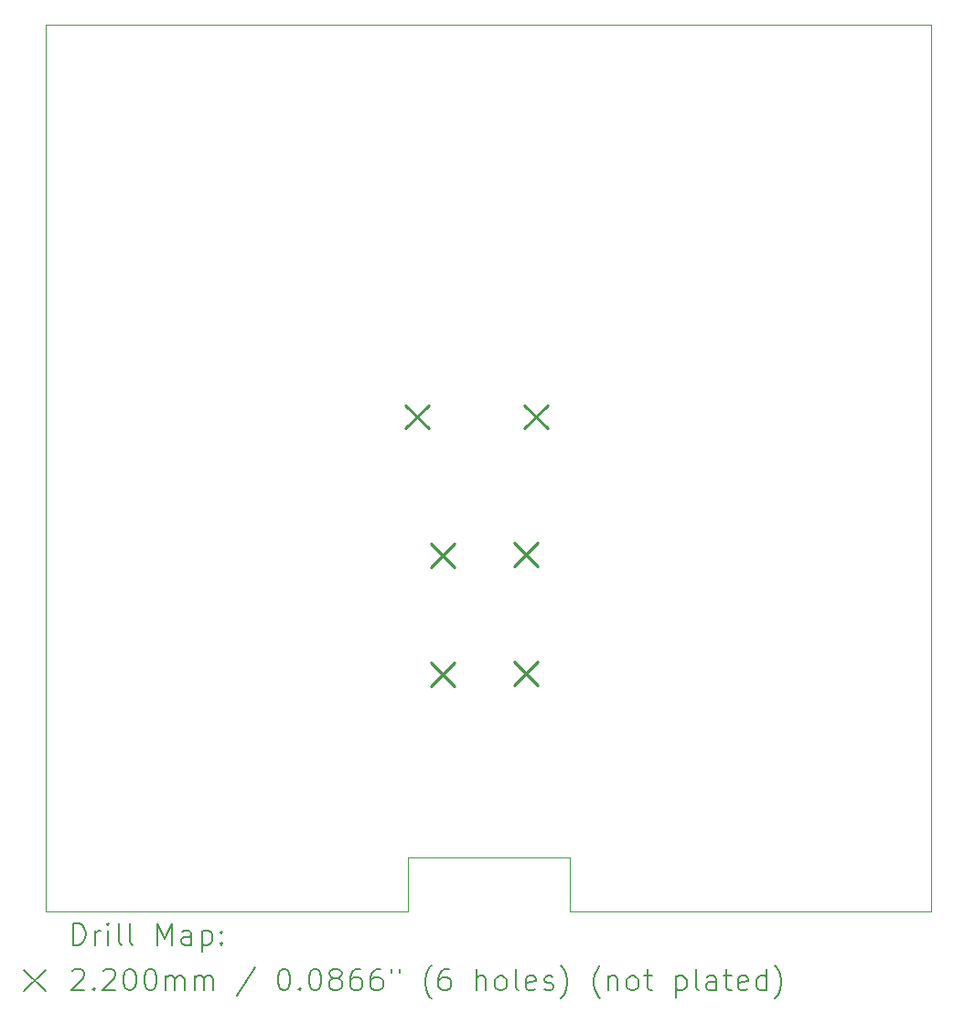
<source format=gbr>
%FSLAX45Y45*%
G04 Gerber Fmt 4.5, Leading zero omitted, Abs format (unit mm)*
G04 Created by KiCad (PCBNEW (6.0.1)) date 2022-05-22 14:08:44*
%MOMM*%
%LPD*%
G01*
G04 APERTURE LIST*
%TA.AperFunction,Profile*%
%ADD10C,0.050000*%
%TD*%
%ADD11C,0.200000*%
%ADD12C,0.220000*%
G04 APERTURE END LIST*
D10*
X3350000Y-7702000D02*
X4850000Y-7702000D01*
X3350000Y-7702000D02*
X3350000Y-8202000D01*
X4850000Y-7702000D02*
X4850000Y-8202000D01*
X4850000Y-8202000D02*
X8200000Y-8202000D01*
X0Y-2000D02*
X8200000Y-2000D01*
X8200000Y-2000D02*
X8200000Y-8202000D01*
X3350000Y-8202000D02*
X0Y-8202000D01*
X0Y-8202000D02*
X0Y-2000D01*
D11*
D12*
X3327800Y-3519120D02*
X3547800Y-3739120D01*
X3547800Y-3519120D02*
X3327800Y-3739120D01*
X3562840Y-4799280D02*
X3782840Y-5019280D01*
X3782840Y-4799280D02*
X3562840Y-5019280D01*
X3562840Y-5899280D02*
X3782840Y-6119280D01*
X3782840Y-5899280D02*
X3562840Y-6119280D01*
X4337540Y-4794200D02*
X4557540Y-5014200D01*
X4557540Y-4794200D02*
X4337540Y-5014200D01*
X4337540Y-5894200D02*
X4557540Y-6114200D01*
X4557540Y-5894200D02*
X4337540Y-6114200D01*
X4427800Y-3519120D02*
X4647800Y-3739120D01*
X4647800Y-3519120D02*
X4427800Y-3739120D01*
D11*
X255119Y-8514976D02*
X255119Y-8314976D01*
X302738Y-8314976D01*
X331310Y-8324500D01*
X350357Y-8343548D01*
X359881Y-8362595D01*
X369405Y-8400690D01*
X369405Y-8429262D01*
X359881Y-8467357D01*
X350357Y-8486405D01*
X331310Y-8505452D01*
X302738Y-8514976D01*
X255119Y-8514976D01*
X455119Y-8514976D02*
X455119Y-8381643D01*
X455119Y-8419738D02*
X464643Y-8400690D01*
X474167Y-8391167D01*
X493214Y-8381643D01*
X512262Y-8381643D01*
X578929Y-8514976D02*
X578929Y-8381643D01*
X578929Y-8314976D02*
X569405Y-8324500D01*
X578929Y-8334024D01*
X588452Y-8324500D01*
X578929Y-8314976D01*
X578929Y-8334024D01*
X702738Y-8514976D02*
X683690Y-8505452D01*
X674167Y-8486405D01*
X674167Y-8314976D01*
X807500Y-8514976D02*
X788452Y-8505452D01*
X778928Y-8486405D01*
X778928Y-8314976D01*
X1036071Y-8514976D02*
X1036071Y-8314976D01*
X1102738Y-8457833D01*
X1169405Y-8314976D01*
X1169405Y-8514976D01*
X1350357Y-8514976D02*
X1350357Y-8410214D01*
X1340833Y-8391167D01*
X1321786Y-8381643D01*
X1283690Y-8381643D01*
X1264643Y-8391167D01*
X1350357Y-8505452D02*
X1331310Y-8514976D01*
X1283690Y-8514976D01*
X1264643Y-8505452D01*
X1255119Y-8486405D01*
X1255119Y-8467357D01*
X1264643Y-8448310D01*
X1283690Y-8438786D01*
X1331310Y-8438786D01*
X1350357Y-8429262D01*
X1445595Y-8381643D02*
X1445595Y-8581643D01*
X1445595Y-8391167D02*
X1464643Y-8381643D01*
X1502738Y-8381643D01*
X1521786Y-8391167D01*
X1531309Y-8400690D01*
X1540833Y-8419738D01*
X1540833Y-8476881D01*
X1531309Y-8495929D01*
X1521786Y-8505452D01*
X1502738Y-8514976D01*
X1464643Y-8514976D01*
X1445595Y-8505452D01*
X1626548Y-8495929D02*
X1636071Y-8505452D01*
X1626548Y-8514976D01*
X1617024Y-8505452D01*
X1626548Y-8495929D01*
X1626548Y-8514976D01*
X1626548Y-8391167D02*
X1636071Y-8400690D01*
X1626548Y-8410214D01*
X1617024Y-8400690D01*
X1626548Y-8391167D01*
X1626548Y-8410214D01*
X-202500Y-8744500D02*
X-2500Y-8944500D01*
X-2500Y-8744500D02*
X-202500Y-8944500D01*
X245595Y-8754024D02*
X255119Y-8744500D01*
X274167Y-8734976D01*
X321786Y-8734976D01*
X340833Y-8744500D01*
X350357Y-8754024D01*
X359881Y-8773071D01*
X359881Y-8792119D01*
X350357Y-8820690D01*
X236071Y-8934976D01*
X359881Y-8934976D01*
X445595Y-8915929D02*
X455119Y-8925452D01*
X445595Y-8934976D01*
X436071Y-8925452D01*
X445595Y-8915929D01*
X445595Y-8934976D01*
X531310Y-8754024D02*
X540833Y-8744500D01*
X559881Y-8734976D01*
X607500Y-8734976D01*
X626548Y-8744500D01*
X636071Y-8754024D01*
X645595Y-8773071D01*
X645595Y-8792119D01*
X636071Y-8820690D01*
X521786Y-8934976D01*
X645595Y-8934976D01*
X769405Y-8734976D02*
X788452Y-8734976D01*
X807500Y-8744500D01*
X817024Y-8754024D01*
X826548Y-8773071D01*
X836071Y-8811167D01*
X836071Y-8858786D01*
X826548Y-8896881D01*
X817024Y-8915929D01*
X807500Y-8925452D01*
X788452Y-8934976D01*
X769405Y-8934976D01*
X750357Y-8925452D01*
X740833Y-8915929D01*
X731309Y-8896881D01*
X721786Y-8858786D01*
X721786Y-8811167D01*
X731309Y-8773071D01*
X740833Y-8754024D01*
X750357Y-8744500D01*
X769405Y-8734976D01*
X959881Y-8734976D02*
X978928Y-8734976D01*
X997976Y-8744500D01*
X1007500Y-8754024D01*
X1017024Y-8773071D01*
X1026548Y-8811167D01*
X1026548Y-8858786D01*
X1017024Y-8896881D01*
X1007500Y-8915929D01*
X997976Y-8925452D01*
X978928Y-8934976D01*
X959881Y-8934976D01*
X940833Y-8925452D01*
X931309Y-8915929D01*
X921786Y-8896881D01*
X912262Y-8858786D01*
X912262Y-8811167D01*
X921786Y-8773071D01*
X931309Y-8754024D01*
X940833Y-8744500D01*
X959881Y-8734976D01*
X1112262Y-8934976D02*
X1112262Y-8801643D01*
X1112262Y-8820690D02*
X1121786Y-8811167D01*
X1140833Y-8801643D01*
X1169405Y-8801643D01*
X1188452Y-8811167D01*
X1197976Y-8830214D01*
X1197976Y-8934976D01*
X1197976Y-8830214D02*
X1207500Y-8811167D01*
X1226548Y-8801643D01*
X1255119Y-8801643D01*
X1274167Y-8811167D01*
X1283690Y-8830214D01*
X1283690Y-8934976D01*
X1378929Y-8934976D02*
X1378929Y-8801643D01*
X1378929Y-8820690D02*
X1388452Y-8811167D01*
X1407500Y-8801643D01*
X1436071Y-8801643D01*
X1455119Y-8811167D01*
X1464643Y-8830214D01*
X1464643Y-8934976D01*
X1464643Y-8830214D02*
X1474167Y-8811167D01*
X1493214Y-8801643D01*
X1521786Y-8801643D01*
X1540833Y-8811167D01*
X1550357Y-8830214D01*
X1550357Y-8934976D01*
X1940833Y-8725452D02*
X1769405Y-8982595D01*
X2197976Y-8734976D02*
X2217024Y-8734976D01*
X2236071Y-8744500D01*
X2245595Y-8754024D01*
X2255119Y-8773071D01*
X2264643Y-8811167D01*
X2264643Y-8858786D01*
X2255119Y-8896881D01*
X2245595Y-8915929D01*
X2236071Y-8925452D01*
X2217024Y-8934976D01*
X2197976Y-8934976D01*
X2178929Y-8925452D01*
X2169405Y-8915929D01*
X2159881Y-8896881D01*
X2150357Y-8858786D01*
X2150357Y-8811167D01*
X2159881Y-8773071D01*
X2169405Y-8754024D01*
X2178929Y-8744500D01*
X2197976Y-8734976D01*
X2350357Y-8915929D02*
X2359881Y-8925452D01*
X2350357Y-8934976D01*
X2340833Y-8925452D01*
X2350357Y-8915929D01*
X2350357Y-8934976D01*
X2483690Y-8734976D02*
X2502738Y-8734976D01*
X2521786Y-8744500D01*
X2531310Y-8754024D01*
X2540833Y-8773071D01*
X2550357Y-8811167D01*
X2550357Y-8858786D01*
X2540833Y-8896881D01*
X2531310Y-8915929D01*
X2521786Y-8925452D01*
X2502738Y-8934976D01*
X2483690Y-8934976D01*
X2464643Y-8925452D01*
X2455119Y-8915929D01*
X2445595Y-8896881D01*
X2436071Y-8858786D01*
X2436071Y-8811167D01*
X2445595Y-8773071D01*
X2455119Y-8754024D01*
X2464643Y-8744500D01*
X2483690Y-8734976D01*
X2664643Y-8820690D02*
X2645595Y-8811167D01*
X2636071Y-8801643D01*
X2626548Y-8782595D01*
X2626548Y-8773071D01*
X2636071Y-8754024D01*
X2645595Y-8744500D01*
X2664643Y-8734976D01*
X2702738Y-8734976D01*
X2721786Y-8744500D01*
X2731310Y-8754024D01*
X2740833Y-8773071D01*
X2740833Y-8782595D01*
X2731310Y-8801643D01*
X2721786Y-8811167D01*
X2702738Y-8820690D01*
X2664643Y-8820690D01*
X2645595Y-8830214D01*
X2636071Y-8839738D01*
X2626548Y-8858786D01*
X2626548Y-8896881D01*
X2636071Y-8915929D01*
X2645595Y-8925452D01*
X2664643Y-8934976D01*
X2702738Y-8934976D01*
X2721786Y-8925452D01*
X2731310Y-8915929D01*
X2740833Y-8896881D01*
X2740833Y-8858786D01*
X2731310Y-8839738D01*
X2721786Y-8830214D01*
X2702738Y-8820690D01*
X2912262Y-8734976D02*
X2874167Y-8734976D01*
X2855119Y-8744500D01*
X2845595Y-8754024D01*
X2826548Y-8782595D01*
X2817024Y-8820690D01*
X2817024Y-8896881D01*
X2826548Y-8915929D01*
X2836071Y-8925452D01*
X2855119Y-8934976D01*
X2893214Y-8934976D01*
X2912262Y-8925452D01*
X2921786Y-8915929D01*
X2931309Y-8896881D01*
X2931309Y-8849262D01*
X2921786Y-8830214D01*
X2912262Y-8820690D01*
X2893214Y-8811167D01*
X2855119Y-8811167D01*
X2836071Y-8820690D01*
X2826548Y-8830214D01*
X2817024Y-8849262D01*
X3102738Y-8734976D02*
X3064643Y-8734976D01*
X3045595Y-8744500D01*
X3036071Y-8754024D01*
X3017024Y-8782595D01*
X3007500Y-8820690D01*
X3007500Y-8896881D01*
X3017024Y-8915929D01*
X3026548Y-8925452D01*
X3045595Y-8934976D01*
X3083690Y-8934976D01*
X3102738Y-8925452D01*
X3112262Y-8915929D01*
X3121786Y-8896881D01*
X3121786Y-8849262D01*
X3112262Y-8830214D01*
X3102738Y-8820690D01*
X3083690Y-8811167D01*
X3045595Y-8811167D01*
X3026548Y-8820690D01*
X3017024Y-8830214D01*
X3007500Y-8849262D01*
X3197976Y-8734976D02*
X3197976Y-8773071D01*
X3274167Y-8734976D02*
X3274167Y-8773071D01*
X3569405Y-9011167D02*
X3559881Y-9001643D01*
X3540833Y-8973071D01*
X3531309Y-8954024D01*
X3521786Y-8925452D01*
X3512262Y-8877833D01*
X3512262Y-8839738D01*
X3521786Y-8792119D01*
X3531309Y-8763548D01*
X3540833Y-8744500D01*
X3559881Y-8715929D01*
X3569405Y-8706405D01*
X3731309Y-8734976D02*
X3693214Y-8734976D01*
X3674167Y-8744500D01*
X3664643Y-8754024D01*
X3645595Y-8782595D01*
X3636071Y-8820690D01*
X3636071Y-8896881D01*
X3645595Y-8915929D01*
X3655119Y-8925452D01*
X3674167Y-8934976D01*
X3712262Y-8934976D01*
X3731309Y-8925452D01*
X3740833Y-8915929D01*
X3750357Y-8896881D01*
X3750357Y-8849262D01*
X3740833Y-8830214D01*
X3731309Y-8820690D01*
X3712262Y-8811167D01*
X3674167Y-8811167D01*
X3655119Y-8820690D01*
X3645595Y-8830214D01*
X3636071Y-8849262D01*
X3988452Y-8934976D02*
X3988452Y-8734976D01*
X4074167Y-8934976D02*
X4074167Y-8830214D01*
X4064643Y-8811167D01*
X4045595Y-8801643D01*
X4017024Y-8801643D01*
X3997976Y-8811167D01*
X3988452Y-8820690D01*
X4197976Y-8934976D02*
X4178928Y-8925452D01*
X4169405Y-8915929D01*
X4159881Y-8896881D01*
X4159881Y-8839738D01*
X4169405Y-8820690D01*
X4178928Y-8811167D01*
X4197976Y-8801643D01*
X4226548Y-8801643D01*
X4245595Y-8811167D01*
X4255119Y-8820690D01*
X4264643Y-8839738D01*
X4264643Y-8896881D01*
X4255119Y-8915929D01*
X4245595Y-8925452D01*
X4226548Y-8934976D01*
X4197976Y-8934976D01*
X4378929Y-8934976D02*
X4359881Y-8925452D01*
X4350357Y-8906405D01*
X4350357Y-8734976D01*
X4531310Y-8925452D02*
X4512262Y-8934976D01*
X4474167Y-8934976D01*
X4455119Y-8925452D01*
X4445595Y-8906405D01*
X4445595Y-8830214D01*
X4455119Y-8811167D01*
X4474167Y-8801643D01*
X4512262Y-8801643D01*
X4531310Y-8811167D01*
X4540833Y-8830214D01*
X4540833Y-8849262D01*
X4445595Y-8868310D01*
X4617024Y-8925452D02*
X4636071Y-8934976D01*
X4674167Y-8934976D01*
X4693214Y-8925452D01*
X4702738Y-8906405D01*
X4702738Y-8896881D01*
X4693214Y-8877833D01*
X4674167Y-8868310D01*
X4645595Y-8868310D01*
X4626548Y-8858786D01*
X4617024Y-8839738D01*
X4617024Y-8830214D01*
X4626548Y-8811167D01*
X4645595Y-8801643D01*
X4674167Y-8801643D01*
X4693214Y-8811167D01*
X4769405Y-9011167D02*
X4778929Y-9001643D01*
X4797976Y-8973071D01*
X4807500Y-8954024D01*
X4817024Y-8925452D01*
X4826548Y-8877833D01*
X4826548Y-8839738D01*
X4817024Y-8792119D01*
X4807500Y-8763548D01*
X4797976Y-8744500D01*
X4778929Y-8715929D01*
X4769405Y-8706405D01*
X5131310Y-9011167D02*
X5121786Y-9001643D01*
X5102738Y-8973071D01*
X5093214Y-8954024D01*
X5083690Y-8925452D01*
X5074167Y-8877833D01*
X5074167Y-8839738D01*
X5083690Y-8792119D01*
X5093214Y-8763548D01*
X5102738Y-8744500D01*
X5121786Y-8715929D01*
X5131310Y-8706405D01*
X5207500Y-8801643D02*
X5207500Y-8934976D01*
X5207500Y-8820690D02*
X5217024Y-8811167D01*
X5236071Y-8801643D01*
X5264643Y-8801643D01*
X5283690Y-8811167D01*
X5293214Y-8830214D01*
X5293214Y-8934976D01*
X5417024Y-8934976D02*
X5397976Y-8925452D01*
X5388452Y-8915929D01*
X5378929Y-8896881D01*
X5378929Y-8839738D01*
X5388452Y-8820690D01*
X5397976Y-8811167D01*
X5417024Y-8801643D01*
X5445595Y-8801643D01*
X5464643Y-8811167D01*
X5474167Y-8820690D01*
X5483690Y-8839738D01*
X5483690Y-8896881D01*
X5474167Y-8915929D01*
X5464643Y-8925452D01*
X5445595Y-8934976D01*
X5417024Y-8934976D01*
X5540833Y-8801643D02*
X5617024Y-8801643D01*
X5569405Y-8734976D02*
X5569405Y-8906405D01*
X5578929Y-8925452D01*
X5597976Y-8934976D01*
X5617024Y-8934976D01*
X5836071Y-8801643D02*
X5836071Y-9001643D01*
X5836071Y-8811167D02*
X5855119Y-8801643D01*
X5893214Y-8801643D01*
X5912262Y-8811167D01*
X5921786Y-8820690D01*
X5931309Y-8839738D01*
X5931309Y-8896881D01*
X5921786Y-8915929D01*
X5912262Y-8925452D01*
X5893214Y-8934976D01*
X5855119Y-8934976D01*
X5836071Y-8925452D01*
X6045595Y-8934976D02*
X6026548Y-8925452D01*
X6017024Y-8906405D01*
X6017024Y-8734976D01*
X6207500Y-8934976D02*
X6207500Y-8830214D01*
X6197976Y-8811167D01*
X6178928Y-8801643D01*
X6140833Y-8801643D01*
X6121786Y-8811167D01*
X6207500Y-8925452D02*
X6188452Y-8934976D01*
X6140833Y-8934976D01*
X6121786Y-8925452D01*
X6112262Y-8906405D01*
X6112262Y-8887357D01*
X6121786Y-8868310D01*
X6140833Y-8858786D01*
X6188452Y-8858786D01*
X6207500Y-8849262D01*
X6274167Y-8801643D02*
X6350357Y-8801643D01*
X6302738Y-8734976D02*
X6302738Y-8906405D01*
X6312262Y-8925452D01*
X6331309Y-8934976D01*
X6350357Y-8934976D01*
X6493214Y-8925452D02*
X6474167Y-8934976D01*
X6436071Y-8934976D01*
X6417024Y-8925452D01*
X6407500Y-8906405D01*
X6407500Y-8830214D01*
X6417024Y-8811167D01*
X6436071Y-8801643D01*
X6474167Y-8801643D01*
X6493214Y-8811167D01*
X6502738Y-8830214D01*
X6502738Y-8849262D01*
X6407500Y-8868310D01*
X6674167Y-8934976D02*
X6674167Y-8734976D01*
X6674167Y-8925452D02*
X6655119Y-8934976D01*
X6617024Y-8934976D01*
X6597976Y-8925452D01*
X6588452Y-8915929D01*
X6578928Y-8896881D01*
X6578928Y-8839738D01*
X6588452Y-8820690D01*
X6597976Y-8811167D01*
X6617024Y-8801643D01*
X6655119Y-8801643D01*
X6674167Y-8811167D01*
X6750357Y-9011167D02*
X6759881Y-9001643D01*
X6778928Y-8973071D01*
X6788452Y-8954024D01*
X6797976Y-8925452D01*
X6807500Y-8877833D01*
X6807500Y-8839738D01*
X6797976Y-8792119D01*
X6788452Y-8763548D01*
X6778928Y-8744500D01*
X6759881Y-8715929D01*
X6750357Y-8706405D01*
M02*

</source>
